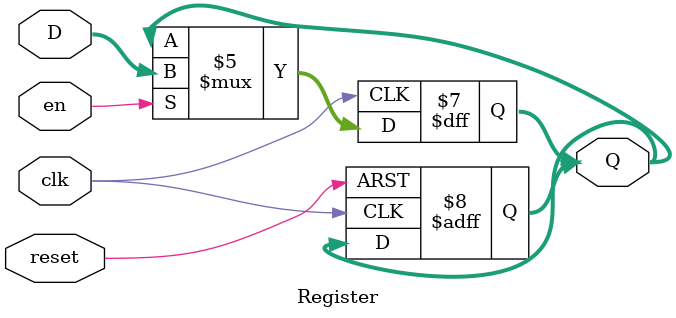
<source format=v>
module Register(clk,D,reset,en,Q);
  output reg[15:0] Q;
  input [15:0] D;
  input clk,reset,en;

  always @(posedge clk or negedge reset)
   begin 
    if(~reset)
      Q<=16'h0000;
    else
      Q<=Q;
   end 

 always @ (negedge clk)
  begin
	if (en)
	 Q<=D;
	else
	 Q<=Q;
  end
endmodule

</source>
